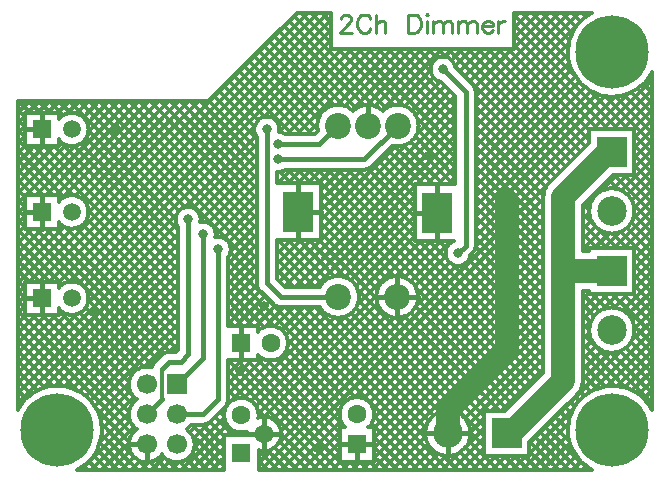
<source format=gbr>
G04 DipTrace 3.3.1.3*
G04 top.gbr*
%MOIN*%
G04 #@! TF.FileFunction,Copper,L1,Top*
G04 #@! TF.Part,Single*
G04 #@! TA.AperFunction,Conductor*
%ADD14C,0.059055*%
%ADD15C,0.07874*%
G04 #@! TA.AperFunction,CopperBalancing*
%ADD18C,0.015748*%
%ADD20C,0.011811*%
G04 #@! TA.AperFunction,ComponentPad*
%ADD22C,0.086614*%
%ADD23R,0.098425X0.137795*%
%ADD25R,0.062992X0.062992*%
%ADD26C,0.062992*%
%ADD30C,0.059055*%
%ADD31R,0.059055X0.059055*%
%ADD32R,0.098425X0.098425*%
%ADD33C,0.098425*%
%ADD34R,0.066929X0.066929*%
%ADD35C,0.066929*%
%ADD37C,0.244094*%
G04 #@! TA.AperFunction,ViaPad*
%ADD41C,0.031496*%
%ADD42C,0.047244*%
%ADD80C,0.009264*%
%FSLAX26Y26*%
G04*
G70*
G90*
G75*
G01*
G04 Top*
%LPD*%
X2049606Y541043D2*
D14*
X2062106D1*
D15*
X2237106Y716043D1*
Y1081693D1*
Y1328543D1*
X2387106Y1478543D1*
D14*
X2399606D1*
Y1081693D2*
D15*
X2237106D1*
X1287106Y1503543D2*
D18*
X1424606D1*
X1487106Y1566043D1*
X1287106Y1453543D2*
X1573425D1*
X1685925Y1566043D1*
X1249606Y1553543D2*
Y1041043D1*
X1295472Y995177D1*
X1487106D1*
X1852756Y541043D2*
D15*
Y619193D1*
X2049606Y816043D1*
Y903543D1*
Y1316043D1*
Y866043D2*
Y816043D1*
Y916043D2*
Y903543D1*
X1037106Y1203543D2*
D18*
Y791043D1*
X949606Y703543D1*
X987106Y1253543D2*
Y803543D1*
X962106Y778543D1*
X924606D1*
X899606Y753543D1*
D20*
Y653543D1*
D18*
X849606Y603543D1*
X1887106Y1141043D2*
X1912106Y1166043D1*
Y1678543D1*
X1837106Y1753543D1*
X1087106Y1153543D2*
Y653543D1*
X1037106Y603543D1*
X949606D1*
D41*
X1837106Y1753543D3*
X1887106Y1141043D3*
X1087106Y1153543D3*
X1037106Y1203543D3*
X987106Y1253543D3*
X1287106Y1503543D3*
Y1453543D3*
X1249606Y1553543D3*
X748031Y1555118D3*
X669291Y944882D3*
X1240157Y964567D3*
X1161417Y748031D3*
X1417323Y492126D3*
D42*
X2049606Y1316043D3*
Y1266043D3*
Y1216043D3*
Y866043D3*
Y916043D3*
Y816043D3*
D41*
X1787106Y1466043D3*
X457253Y1646810D2*
D20*
X420135Y1609690D1*
X490660Y1646810D2*
X453819Y1609967D1*
X443177Y1599325D2*
X420135Y1576283D1*
X524067Y1646810D2*
X487226Y1609967D1*
X443177Y1565920D2*
X420135Y1542877D1*
X557474Y1646810D2*
X520631Y1609967D1*
X443177Y1532513D2*
X420135Y1509471D1*
X590881Y1646810D2*
X554038Y1609967D1*
X443177Y1499106D2*
X420135Y1476064D1*
X624287Y1646810D2*
X585357Y1607879D1*
X474593Y1497115D2*
X420135Y1442657D1*
X657693Y1646810D2*
X618013Y1607130D1*
X508000Y1497115D2*
X420135Y1409251D1*
X691100Y1646810D2*
X638860Y1594570D1*
X541407Y1497115D2*
X420135Y1375844D1*
X724507Y1646810D2*
X652252Y1574555D1*
X578597Y1500900D2*
X420135Y1342437D1*
X757913Y1646810D2*
X655041Y1543937D1*
X609215Y1498112D2*
X446071Y1334967D1*
X443184Y1332080D2*
X420135Y1309031D1*
X791320Y1646810D2*
X479478Y1334967D1*
X443177Y1298667D2*
X420135Y1275625D1*
X824727Y1646810D2*
X512883Y1334967D1*
X443177Y1265260D2*
X420135Y1242218D1*
X858134Y1646810D2*
X546290Y1334967D1*
X443177Y1231853D2*
X420135Y1208811D1*
X891539Y1646810D2*
X571688Y1326958D1*
X466845Y1222115D2*
X420135Y1175404D1*
X924946Y1646810D2*
X611913Y1333776D1*
X500252Y1222115D2*
X420135Y1141997D1*
X958353Y1646810D2*
X634701Y1323157D1*
X533659Y1222115D2*
X420135Y1108592D1*
X991760Y1646810D2*
X649837Y1304887D1*
X573264Y1228314D2*
X420135Y1075185D1*
X1025167Y1646810D2*
X656004Y1277647D1*
X600504Y1222147D2*
X420135Y1041778D1*
X1353833Y1942070D2*
X459234Y1047471D1*
X443177Y1031413D2*
X420135Y1008371D1*
X1387240Y1942070D2*
X492640Y1047471D1*
X443177Y998007D2*
X420135Y974965D1*
X1420647Y1942070D2*
X526047Y1047471D1*
X443177Y964600D2*
X420135Y941558D1*
X1454054Y1942070D2*
X556029Y1044046D1*
X446602Y934619D2*
X420135Y908151D1*
X1461442Y1916052D2*
X592257Y1046867D1*
X480009Y934619D2*
X420135Y874745D1*
X1461442Y1882646D2*
X621945Y1043148D1*
X513416Y934619D2*
X420135Y841339D1*
X1461442Y1849239D2*
X641535Y1029332D1*
X561323Y949121D2*
X556029Y943825D1*
X546822Y934619D2*
X420135Y807932D1*
X1467038Y1821428D2*
X1240635Y1595026D1*
X1208119Y1562510D2*
X653638Y1008029D1*
X582626Y937017D2*
X420135Y774525D1*
X1500444Y1821428D2*
X1270226Y1591209D1*
X1211937Y1532920D2*
X972077Y1293062D1*
X947588Y1268571D2*
X653117Y974100D1*
X616555Y937539D2*
X420135Y741118D1*
X1533850Y1821428D2*
X1287026Y1574604D1*
X1214840Y1502417D2*
X1004979Y1292556D1*
X948093Y1235671D2*
X420135Y707711D1*
X1567257Y1821428D2*
X1291839Y1546009D1*
X1214840Y1469010D2*
X1023004Y1277175D1*
X952335Y1206504D2*
X420135Y674306D1*
X1600664Y1821428D2*
X1317546Y1538310D1*
X1214840Y1435604D2*
X1029560Y1250324D1*
X952335Y1173098D2*
X420135Y640899D1*
X1634071Y1821428D2*
X1350953Y1538310D1*
X1214840Y1402198D2*
X1055138Y1242495D1*
X952335Y1139692D2*
X505168Y692525D1*
X1667478Y1821428D2*
X1482051Y1636001D1*
X1417156Y1571106D2*
X1384360Y1538310D1*
X1214840Y1368791D2*
X1073081Y1227031D1*
X952335Y1106285D2*
X546062Y700013D1*
X1700883Y1821428D2*
X1511559Y1632102D1*
X1290576Y1411121D2*
X1284385Y1404928D1*
X1214840Y1335385D2*
X1079524Y1200068D1*
X952335Y1072878D2*
X577396Y697941D1*
X1734290Y1821428D2*
X1532715Y1619853D1*
X1331633Y1418770D2*
X1287990Y1375126D1*
X1214840Y1301978D2*
X1105281Y1192417D1*
X952335Y1039471D2*
X603692Y690829D1*
X1767697Y1821428D2*
X1582402Y1636133D1*
X1365039Y1418770D2*
X1321395Y1375126D1*
X1214840Y1268571D2*
X1123175Y1176906D1*
X952335Y1006064D2*
X626382Y680112D1*
X1801104Y1821428D2*
X1611290Y1631614D1*
X1398446Y1418770D2*
X1354802Y1375126D1*
X1214840Y1235164D2*
X1129504Y1149828D1*
X952335Y972659D2*
X646087Y666411D1*
X1834510Y1821428D2*
X1632104Y1619021D1*
X1431853Y1418770D2*
X1388209Y1375126D1*
X1214840Y1201757D2*
X1121886Y1108803D1*
X952335Y939252D2*
X663083Y650000D1*
X1867917Y1821428D2*
X1842445Y1795955D1*
X1794710Y1748220D2*
X1682621Y1636133D1*
X1465260Y1418770D2*
X1421615Y1375126D1*
X1214840Y1168352D2*
X1121886Y1075396D1*
X952335Y905845D2*
X677373Y630883D1*
X1901324Y1821428D2*
X1865623Y1785728D1*
X1804937Y1725041D2*
X1711558Y1631663D1*
X1498667Y1418770D2*
X1431223Y1351328D1*
X1214840Y1134945D2*
X1121886Y1041990D1*
X952335Y872438D2*
X843378Y763482D1*
X789656Y709761D2*
X688774Y608878D1*
X1934730Y1821428D2*
X1878364Y1765060D1*
X1825588Y1712285D2*
X1732404Y1619102D1*
X1532072Y1418770D2*
X1431223Y1317921D1*
X1296840Y1183538D2*
X1284385Y1171081D1*
X1214840Y1101538D2*
X1121886Y1008584D1*
X952335Y839031D2*
X926617Y813315D1*
X793619Y680318D2*
X696751Y583449D1*
X2088780Y1942070D2*
X2075655Y1928946D1*
X1968136Y1821428D2*
X1893517Y1746807D1*
X1843841Y1697131D2*
X1747362Y1600654D1*
X1565479Y1418770D2*
X1431223Y1284514D1*
X1330247Y1183538D2*
X1284385Y1137676D1*
X1214840Y1068131D2*
X1121886Y975177D1*
X806996Y660287D2*
X700127Y553419D1*
X2122185Y1942070D2*
X2075655Y1895539D1*
X2001543Y1821428D2*
X1910220Y1730105D1*
X1860543Y1680428D2*
X1755600Y1575484D1*
X1676482Y1496366D2*
X1431223Y1251108D1*
X1363654Y1183538D2*
X1284385Y1104269D1*
X1215215Y1035100D2*
X1121886Y941770D1*
X789640Y609525D2*
X695528Y515412D1*
X2155592Y1942070D2*
X2075655Y1862133D1*
X2034950Y1821428D2*
X1926924Y1713402D1*
X1877247Y1663726D2*
X1748211Y1534689D1*
X1717277Y1503755D2*
X1431223Y1217701D1*
X1397059Y1183538D2*
X1284385Y1070862D1*
X1227253Y1013731D2*
X1121886Y908364D1*
X793685Y580163D2*
X633656Y420134D1*
X2188999Y1942070D2*
X2075655Y1828726D1*
X2068346Y1821419D2*
X1942664Y1695735D1*
X1877329Y1630400D2*
X1293617Y1046688D1*
X1243957Y997028D2*
X1146370Y899441D1*
X807110Y560181D2*
X667063Y420134D1*
X2222406Y1942070D2*
X1946873Y1666537D1*
X1877329Y1596993D2*
X1310320Y1029984D1*
X1260660Y980325D2*
X1179777Y899441D1*
X789608Y509272D2*
X700470Y420134D1*
X2255812Y1942070D2*
X1946873Y1633131D1*
X1877329Y1563587D2*
X1343694Y1029951D1*
X1278325Y964584D2*
X1213182Y899441D1*
X793751Y480008D2*
X733877Y420134D1*
X2289219Y1942070D2*
X1946873Y1599724D1*
X1877329Y1530180D2*
X1377101Y1029951D1*
X1307556Y960408D2*
X1243034Y895885D1*
X1129790Y782642D2*
X1121886Y774738D1*
X807224Y460075D2*
X767283Y420134D1*
X2322626Y1942070D2*
X1946873Y1566318D1*
X1877329Y1496773D2*
X1751751Y1371196D1*
X1741451Y1360896D2*
X1410507Y1029951D1*
X1340963Y960408D2*
X1277990Y897434D1*
X1163197Y782642D2*
X1121886Y741331D1*
X827614Y447059D2*
X800689Y420134D1*
X2256122Y1842160D2*
X1946873Y1532911D1*
X1877329Y1463367D2*
X1785157Y1371196D1*
X1741451Y1327490D2*
X1478723Y1064761D1*
X1374370Y960408D2*
X1299929Y885967D1*
X1196604Y782642D2*
X1121886Y707924D1*
X857840Y443878D2*
X834096Y420134D1*
X2252713Y1805344D2*
X1946873Y1499504D1*
X1877329Y1429961D2*
X1818564Y1371196D1*
X1741451Y1294083D2*
X1509357Y1061988D1*
X1407777Y960408D2*
X1314610Y867241D1*
X1235915Y788547D2*
X1121886Y674517D1*
X1016146Y568777D2*
X993185Y545816D1*
X907329Y459961D2*
X867503Y420134D1*
X2256660Y1775886D2*
X1946873Y1466097D1*
X1877329Y1396554D2*
X1851970Y1371196D1*
X1741451Y1260676D2*
X1531101Y1050325D1*
X1431967Y951192D2*
X1320466Y839690D1*
X1263466Y782690D2*
X1115866Y635092D1*
X1055555Y574781D2*
X1006136Y525362D1*
X927785Y447009D2*
X900909Y420134D1*
X2265029Y1750846D2*
X1946873Y1432690D1*
X1741451Y1227269D2*
X1546841Y1032660D1*
X1449617Y935434D2*
X1173007Y658825D1*
X1106840Y592657D2*
X1009236Y495055D1*
X958092Y443911D2*
X934316Y420134D1*
X2276756Y1729168D2*
X1946873Y1399285D1*
X1741451Y1193864D2*
X1556172Y1008584D1*
X1473709Y926121D2*
X1197344Y649756D1*
X1115909Y568320D2*
X967723Y420134D1*
X2291340Y1710344D2*
X1946873Y1365878D1*
X1760585Y1179591D2*
X1553039Y972045D1*
X1510231Y929236D2*
X1213950Y632954D1*
X1132710Y551715D2*
X1115295Y534301D1*
X1106350Y525356D2*
X1001130Y420134D1*
X2308612Y1694210D2*
X1946886Y1332484D1*
X1794005Y1179604D2*
X1679584Y1065182D1*
X1613940Y999538D2*
X1222756Y608354D1*
X1157290Y542888D2*
X1148699Y534298D1*
X1106348Y491946D2*
X1034533Y420131D1*
X2328626Y1680818D2*
X1946886Y1299079D1*
X1827412Y1179604D2*
X1708881Y1061072D1*
X1618066Y970257D2*
X1244467Y596659D1*
X1106348Y458539D2*
X1067940Y420131D1*
X2351657Y1670444D2*
X1946886Y1265672D1*
X1860819Y1179604D2*
X1729923Y1048707D1*
X1630430Y949215D2*
X1269946Y588731D1*
X1106348Y425133D2*
X1101346Y420131D1*
X2378392Y1663772D2*
X1946886Y1232265D1*
X1845518Y1130896D2*
X1745028Y1030406D1*
X1648717Y934094D2*
X1287366Y572745D1*
X2410429Y1662402D2*
X1946886Y1198858D1*
X1857703Y1109675D2*
X1753509Y1005482D1*
X1673656Y925629D2*
X1297252Y549223D1*
X1228915Y480887D2*
X1223134Y475106D1*
X2453068Y1671634D2*
X2336087Y1554652D1*
X2323504Y1542070D2*
X1946854Y1165419D1*
X1880262Y1098828D2*
X1747245Y965811D1*
X1713327Y931892D2*
X1287840Y506406D1*
X1271717Y490282D2*
X1223147Y441713D1*
X2532621Y1717780D2*
X2369493Y1554652D1*
X2323504Y1508663D2*
X1234972Y420131D1*
X2532621Y1684373D2*
X2402900Y1554652D1*
X2170841Y1322593D2*
X1268379Y420131D1*
X2532621Y1650967D2*
X2436307Y1554652D1*
X2170841Y1289186D2*
X1543119Y661465D1*
X1491682Y610028D2*
X1301786Y420131D1*
X2532621Y1617560D2*
X2469713Y1554652D1*
X2170841Y1255780D2*
X1572579Y657518D1*
X1495630Y580568D2*
X1335193Y420131D1*
X2532621Y1584154D2*
X2475715Y1527248D1*
X2170841Y1222374D2*
X1592332Y643865D1*
X1491209Y542741D2*
X1368600Y420131D1*
X2532621Y1550747D2*
X2475715Y1493841D1*
X2170841Y1188967D2*
X1604892Y623018D1*
X1491209Y509335D2*
X1402007Y420131D1*
X2532621Y1517340D2*
X2475715Y1460434D1*
X2417720Y1402440D2*
X2363262Y1347982D1*
X2333323Y1318042D2*
X2303382Y1288100D1*
X2170841Y1155560D2*
X1606475Y591194D1*
X1491209Y475928D2*
X1435413Y420131D1*
X2532621Y1483933D2*
X2475715Y1427028D1*
X2451127Y1402440D2*
X2406260Y1357572D1*
X2323715Y1275028D2*
X2303382Y1254694D1*
X2170841Y1122154D2*
X1608008Y559320D1*
X1493835Y445147D2*
X1468819Y420131D1*
X2532621Y1450528D2*
X2432652Y1350558D1*
X2330730Y1248635D2*
X2303382Y1221287D1*
X2170841Y1088747D2*
X1608008Y525913D1*
X1527241Y445147D2*
X1502226Y420131D1*
X2532621Y1417121D2*
X2452455Y1336954D1*
X2344350Y1228849D2*
X2303382Y1187881D1*
X2170841Y1055340D2*
X1608008Y492508D1*
X1560648Y445147D2*
X1535633Y420131D1*
X2532621Y1383714D2*
X2466858Y1317951D1*
X2363353Y1214446D2*
X2303382Y1154474D1*
X2170841Y1021934D2*
X1608008Y459101D1*
X1594055Y445147D2*
X1569039Y420131D1*
X2532621Y1350307D2*
X2475030Y1292717D1*
X2388588Y1206274D2*
X2340115Y1157802D1*
X2170841Y988528D2*
X1602446Y420131D1*
X2532621Y1316900D2*
X2470366Y1254644D1*
X2426660Y1210938D2*
X2373522Y1157802D1*
X2170841Y955121D2*
X1828609Y612888D1*
X1780907Y565186D2*
X1635853Y420131D1*
X2532621Y1283493D2*
X2406929Y1157802D1*
X2170841Y921714D2*
X1865360Y616232D1*
X1777563Y528436D2*
X1669259Y420131D1*
X2532621Y1250087D2*
X2440336Y1157802D1*
X2170841Y888307D2*
X1890186Y607652D1*
X1786143Y503609D2*
X1702665Y420131D1*
X2532621Y1216681D2*
X2473741Y1157802D1*
X2323504Y1007563D2*
X2303382Y987441D1*
X2170841Y854900D2*
X1908896Y592955D1*
X1800857Y484916D2*
X1736072Y420131D1*
X2532621Y1183274D2*
X2475715Y1126369D1*
X2354937Y1005589D2*
X2303382Y954034D1*
X2170841Y821493D2*
X1922206Y572860D1*
X1820953Y471605D2*
X1769479Y420131D1*
X2532621Y1149867D2*
X2475715Y1092962D1*
X2388343Y1005589D2*
X2303382Y920627D1*
X2170841Y788088D2*
X1999900Y617146D1*
X1973501Y590747D2*
X1928748Y545993D1*
X1847802Y465049D2*
X1802886Y420131D1*
X2532621Y1116461D2*
X2475715Y1059555D1*
X2421749Y1005589D2*
X2371206Y955046D1*
X2329408Y913248D2*
X2303382Y887220D1*
X2170841Y754681D2*
X2033307Y617146D1*
X1973501Y557340D2*
X1916106Y499945D1*
X1893850Y477690D2*
X1836293Y420131D1*
X2532621Y1083054D2*
X2475715Y1026148D1*
X2455156Y1005589D2*
X2409913Y960346D1*
X2324091Y874524D2*
X2303382Y853814D1*
X1973501Y523933D2*
X1869699Y420131D1*
X2532621Y1049647D2*
X2435344Y952370D1*
X2332084Y849110D2*
X2303382Y820408D1*
X1973501Y490528D2*
X1903105Y420131D1*
X2532621Y1016241D2*
X2454478Y938097D1*
X2346357Y829976D2*
X2303382Y787001D1*
X1981314Y464934D2*
X1936512Y420131D1*
X2532621Y982835D2*
X2468213Y918425D1*
X2366012Y816226D2*
X2303382Y753594D1*
X2014720Y464934D2*
X1969919Y420131D1*
X2532621Y949428D2*
X2475438Y892245D1*
X2392209Y809016D2*
X2303382Y720188D1*
X2048127Y464934D2*
X2003325Y420131D1*
X2532621Y916021D2*
X2466875Y850274D1*
X2434180Y817579D2*
X2125713Y509113D1*
X2081534Y464934D2*
X2036732Y420131D1*
X2532621Y882614D2*
X2332710Y682703D1*
X2270050Y620043D2*
X2125713Y475706D1*
X2114941Y464934D2*
X2070139Y420131D1*
X2532621Y849207D2*
X2382151Y698738D1*
X2254016Y570602D2*
X2103545Y420131D1*
X2532621Y815802D2*
X2416291Y699471D1*
X2253281Y536461D2*
X2136951Y420131D1*
X2532621Y782395D2*
X2444299Y694072D1*
X2258680Y508454D2*
X2170358Y420131D1*
X2532621Y748988D2*
X2468294Y684660D1*
X2268092Y484459D2*
X2203765Y420131D1*
X2532621Y715581D2*
X2489125Y672084D1*
X2280669Y463629D2*
X2237172Y420131D1*
X2532621Y682175D2*
X2507165Y656718D1*
X2296034Y445588D2*
X2270579Y420131D1*
X2532621Y648768D2*
X2522530Y638677D1*
X2314092Y430239D2*
X2303984Y420131D1*
X2300462Y1942070D2*
X2312052Y1930479D1*
X2521030Y1721501D2*
X2532621Y1709911D1*
X2267055Y1942070D2*
X2294289Y1914836D1*
X2505387Y1703738D2*
X2532621Y1676504D1*
X2233648Y1942070D2*
X2279201Y1896517D1*
X2487068Y1688650D2*
X2532621Y1643097D1*
X2200241Y1942070D2*
X2266934Y1875378D1*
X2465929Y1676383D2*
X2532621Y1609690D1*
X2166835Y1942070D2*
X2257898Y1851008D1*
X2441559Y1667346D2*
X2532621Y1576283D1*
X2133428Y1942070D2*
X2253004Y1822495D1*
X2413046Y1662453D2*
X2532621Y1542877D1*
X2100022Y1942070D2*
X2254651Y1787441D1*
X2377992Y1664100D2*
X2532621Y1509471D1*
X2075652Y1933033D2*
X2274845Y1733840D1*
X2324391Y1684294D2*
X2454031Y1554655D1*
X2475715Y1532970D2*
X2532621Y1476064D1*
X2075652Y1899627D2*
X2420625Y1554655D1*
X2475715Y1499563D2*
X2532621Y1442657D1*
X2075652Y1866220D2*
X2387218Y1554655D1*
X2475715Y1466156D2*
X2532621Y1409251D1*
X2075652Y1832814D2*
X2353811Y1554655D1*
X2475715Y1432749D2*
X2532621Y1375844D1*
X2053631Y1821428D2*
X2323504Y1551555D1*
X2472633Y1402427D2*
X2532621Y1342437D1*
X2020224Y1821428D2*
X2323504Y1518148D1*
X2439226Y1402427D2*
X2532621Y1309031D1*
X1986818Y1821428D2*
X2311302Y1496944D1*
X2405820Y1402427D2*
X2532621Y1275625D1*
X1953411Y1821428D2*
X2294598Y1480240D1*
X2388806Y1386033D2*
X2420135Y1354703D1*
X2472617Y1302222D2*
X2532621Y1242218D1*
X1920004Y1821428D2*
X2277896Y1463537D1*
X2372104Y1369329D2*
X2384917Y1356514D1*
X2474428Y1267005D2*
X2532621Y1208811D1*
X1886598Y1821428D2*
X2261193Y1446833D1*
X2355400Y1352626D2*
X2360625Y1347402D1*
X2465325Y1242701D2*
X2532621Y1175404D1*
X1853192Y1821428D2*
X2244490Y1430130D1*
X2450220Y1224399D2*
X2532621Y1141997D1*
X1819785Y1821428D2*
X1846219Y1794993D1*
X1878556Y1762656D2*
X2227786Y1413427D1*
X2321993Y1319219D2*
X2329425Y1311787D1*
X2429701Y1211512D2*
X2532621Y1108592D1*
X1786378Y1821428D2*
X1816549Y1791257D1*
X1946886Y1660920D2*
X2211083Y1396723D1*
X2305290Y1302516D2*
X2323520Y1284286D1*
X2402198Y1205608D2*
X2450001Y1157804D1*
X2475715Y1132091D2*
X2532621Y1075185D1*
X1752971Y1821428D2*
X1799715Y1774685D1*
X1946886Y1627513D2*
X2194379Y1380020D1*
X2303382Y1271018D2*
X2416596Y1157804D1*
X2475715Y1098684D2*
X2532621Y1041778D1*
X1719564Y1821428D2*
X1795392Y1745601D1*
X1829164Y1711828D2*
X1877327Y1663667D1*
X1946886Y1594106D2*
X2179340Y1361652D1*
X2303382Y1237612D2*
X2383189Y1157804D1*
X2475715Y1065277D2*
X2532621Y1008371D1*
X1686159Y1821428D2*
X1877327Y1630260D1*
X1946886Y1560699D2*
X2171217Y1336370D1*
X2303382Y1204205D2*
X2349782Y1157804D1*
X2475715Y1031870D2*
X2532621Y974965D1*
X1652752Y1821428D2*
X1877327Y1596853D1*
X1946886Y1527293D2*
X2170841Y1303339D1*
X2303382Y1170798D2*
X2323504Y1150676D1*
X2468604Y1005576D2*
X2532621Y941558D1*
X1619345Y1821428D2*
X1877327Y1563446D1*
X1946886Y1493886D2*
X2170841Y1269932D1*
X2435197Y1005576D2*
X2532621Y908151D1*
X1585938Y1821428D2*
X1877327Y1530039D1*
X1946886Y1460480D2*
X2170841Y1236525D1*
X2401790Y1005576D2*
X2532621Y874745D1*
X1431890Y1942070D2*
X1461440Y1912520D1*
X1552531Y1821428D2*
X1877327Y1496634D1*
X1946886Y1427073D2*
X2170841Y1203118D1*
X2368385Y1005576D2*
X2414719Y959240D1*
X2474003Y899957D2*
X2532621Y841339D1*
X1398483Y1942070D2*
X1461440Y1879113D1*
X1519125Y1821428D2*
X1708303Y1632249D1*
X1752123Y1588429D2*
X1877327Y1463227D1*
X1946886Y1393667D2*
X2170841Y1169711D1*
X2334978Y1005576D2*
X2381591Y958963D1*
X2473726Y866827D2*
X2532621Y807932D1*
X1365076Y1942070D2*
X1461440Y1845706D1*
X1485718Y1821428D2*
X1672123Y1635022D1*
X1754912Y1552234D2*
X1877327Y1429820D1*
X1946886Y1360260D2*
X2170841Y1136304D1*
X2303382Y1003765D2*
X2358117Y949029D1*
X2463791Y843354D2*
X2532621Y774525D1*
X1340837Y1932903D2*
X1648146Y1625594D1*
X1745469Y1528272D2*
X1877327Y1396413D1*
X1946886Y1326853D2*
X2170841Y1102899D1*
X2303382Y970358D2*
X2340451Y933287D1*
X2448051Y825689D2*
X2532621Y741118D1*
X1324134Y1916199D2*
X1608181Y1632152D1*
X1729646Y1510688D2*
X1869138Y1371196D1*
X1946886Y1293446D2*
X2170841Y1069492D1*
X2303382Y936951D2*
X2328266Y912067D1*
X2426829Y813504D2*
X2532621Y707711D1*
X1307430Y1899496D2*
X1571871Y1635055D1*
X1707820Y1499106D2*
X1835731Y1371196D1*
X1946886Y1260039D2*
X2170841Y1036085D1*
X2303382Y903545D2*
X2323537Y883390D1*
X2398154Y808773D2*
X2532621Y674306D1*
X1290727Y1882793D2*
X1547860Y1625660D1*
X1676991Y1496529D2*
X1802324Y1371196D1*
X1946886Y1226634D2*
X2170841Y1002678D1*
X2303382Y870138D2*
X2532621Y640899D1*
X1274024Y1866089D2*
X1507047Y1633066D1*
X1654823Y1485290D2*
X1768917Y1371196D1*
X1946886Y1193227D2*
X2170841Y969272D1*
X2303382Y836732D2*
X2447588Y692525D1*
X1257320Y1849386D2*
X1471945Y1634761D1*
X1638119Y1468587D2*
X1741465Y1365241D1*
X1946512Y1160196D2*
X2170841Y935865D1*
X2303382Y803325D2*
X2406694Y700013D1*
X1240617Y1832682D2*
X1448341Y1624958D1*
X1621416Y1451883D2*
X1741465Y1331835D1*
X1934505Y1138794D2*
X2170841Y902459D1*
X2303382Y769919D2*
X2375360Y697941D1*
X1223913Y1815979D2*
X1431034Y1608858D1*
X1604713Y1435180D2*
X1741465Y1298428D1*
X1922794Y1117100D2*
X2170841Y869052D1*
X2303382Y736512D2*
X2349064Y690829D1*
X1207210Y1799277D2*
X1419795Y1586690D1*
X1585726Y1420760D2*
X1741465Y1265021D1*
X1826896Y1179591D2*
X1847932Y1158554D1*
X1904622Y1101865D2*
X2170841Y835646D1*
X2302419Y704068D2*
X2326374Y680112D1*
X1190507Y1782573D2*
X1417887Y1555193D1*
X1554310Y1418770D2*
X1741465Y1231615D1*
X1793490Y1179591D2*
X1847965Y1125115D1*
X1871167Y1101913D2*
X2170841Y802239D1*
X2293089Y679991D2*
X2306669Y666411D1*
X1173803Y1765870D2*
X1401364Y1538310D1*
X1520903Y1418770D2*
X1741465Y1198209D1*
X1760084Y1179591D2*
X2170841Y768832D1*
X2277478Y662196D2*
X2289673Y650000D1*
X1157101Y1749167D2*
X1367957Y1538310D1*
X1487496Y1418770D2*
X2166567Y739699D1*
X2260774Y645492D2*
X2275383Y630883D1*
X1140398Y1732463D2*
X1334550Y1538310D1*
X1454089Y1418770D2*
X2149865Y722996D1*
X2244072Y628789D2*
X2263982Y608878D1*
X1123694Y1715760D2*
X1243579Y1595874D1*
X1420684Y1418770D2*
X2133161Y706293D1*
X2227369Y612085D2*
X2256005Y583449D1*
X1106991Y1699056D2*
X1220694Y1585353D1*
X1387277Y1418770D2*
X2116458Y689589D1*
X2210665Y595382D2*
X2252629Y553419D1*
X1090287Y1682353D2*
X1208199Y1564441D1*
X1353870Y1418770D2*
X1397514Y1375126D1*
X1431238Y1341403D2*
X1715039Y1057601D1*
X1746382Y1026259D2*
X2099755Y672886D1*
X2193962Y578678D2*
X2257228Y515412D1*
X1073584Y1665650D2*
X1214837Y1524396D1*
X1320463Y1418770D2*
X1364108Y1375126D1*
X1431238Y1307997D2*
X1674407Y1064827D1*
X1753608Y985626D2*
X2083051Y656182D1*
X2177259Y561975D2*
X2319100Y420134D1*
X1056881Y1648946D2*
X1214837Y1490990D1*
X1294429Y1411398D2*
X1330701Y1375126D1*
X1431238Y1274591D2*
X1649270Y1056556D1*
X1745337Y960490D2*
X2066348Y639479D1*
X2160555Y545272D2*
X2285693Y420134D1*
X1025610Y1646810D2*
X1214837Y1457583D1*
X1284382Y1388039D2*
X1297294Y1375126D1*
X1431238Y1241184D2*
X1630822Y1041598D1*
X1730379Y942041D2*
X2049644Y622776D1*
X2143852Y528568D2*
X2252286Y420134D1*
X992205Y1646810D2*
X1214837Y1424176D1*
X1431238Y1207777D2*
X1618294Y1020719D1*
X1709500Y929513D2*
X2021865Y617148D1*
X2127148Y511865D2*
X2218879Y420134D1*
X958798Y1646810D2*
X1214837Y1390769D1*
X1422070Y1183538D2*
X1613890Y991717D1*
X1680497Y925109D2*
X1988459Y617148D1*
X2125713Y479894D2*
X2185472Y420134D1*
X925391Y1646810D2*
X1214837Y1357364D1*
X1388663Y1183538D2*
X1511615Y1060585D1*
X1552516Y1019685D2*
X1973501Y598699D1*
X2107264Y464937D2*
X2152067Y420134D1*
X891984Y1646810D2*
X1214837Y1323957D1*
X1355256Y1183538D2*
X1474424Y1064370D1*
X1556299Y982495D2*
X1973501Y565293D1*
X2073858Y464937D2*
X2118660Y420134D1*
X858577Y1646810D2*
X1214837Y1290550D1*
X1321850Y1183538D2*
X1450152Y1055235D1*
X1547165Y958222D2*
X1973501Y531887D1*
X2040451Y464937D2*
X2085253Y420134D1*
X825171Y1646810D2*
X1214837Y1257143D1*
X1288444Y1183538D2*
X1432340Y1039642D1*
X1531571Y940409D2*
X1854881Y617100D1*
X1928812Y543168D2*
X1973501Y498480D1*
X2007045Y464937D2*
X2051846Y420134D1*
X791765Y1646810D2*
X1214837Y1223736D1*
X1284382Y1154193D2*
X1408622Y1029951D1*
X1510007Y928567D2*
X1826009Y612564D1*
X1924262Y514312D2*
X2018440Y420134D1*
X758358Y1646810D2*
X1214837Y1190329D1*
X1284382Y1120786D2*
X1375215Y1029951D1*
X1479699Y925469D2*
X1804673Y600495D1*
X1912192Y492976D2*
X1985033Y420134D1*
X724951Y1646810D2*
X1214837Y1156923D1*
X1284382Y1087379D2*
X1341808Y1029951D1*
X1411353Y960408D2*
X1788835Y582927D1*
X1894639Y477121D2*
X1951626Y420134D1*
X691547Y1646807D2*
X1214840Y1123514D1*
X1377949Y960406D2*
X1778756Y559598D1*
X1871301Y467054D2*
X1918223Y420131D1*
X658140Y1646807D2*
X1214840Y1090108D1*
X1344542Y960406D2*
X1778169Y526778D1*
X1838480Y466467D2*
X1884816Y420131D1*
X624734Y1646807D2*
X976508Y1295033D1*
X1128589Y1142951D2*
X1214840Y1056701D1*
X1311135Y960406D2*
X1851409Y420131D1*
X591327Y1646807D2*
X955482Y1282652D1*
X1121886Y1116249D2*
X1818003Y420131D1*
X557921Y1646807D2*
X594892Y1609835D1*
X655890Y1548839D2*
X944831Y1259898D1*
X1121886Y1082843D2*
X1543067Y661661D1*
X1607717Y597010D2*
X1784596Y420131D1*
X524514Y1646807D2*
X569610Y1601711D1*
X647766Y1523555D2*
X952335Y1218987D1*
X1121886Y1049436D2*
X1273122Y898198D1*
X1319276Y852046D2*
X1518192Y653130D1*
X1599202Y572119D2*
X1751189Y420131D1*
X491108Y1646807D2*
X527949Y1609966D1*
X631390Y1506525D2*
X952335Y1185580D1*
X1121886Y1016029D2*
X1241853Y896062D1*
X1317122Y820793D2*
X1501178Y636736D1*
X1607995Y529920D2*
X1717783Y420131D1*
X457701Y1646807D2*
X494543Y1609966D1*
X607003Y1497505D2*
X952335Y1152173D1*
X1121886Y982622D2*
X1205070Y899438D1*
X1304318Y800190D2*
X1491815Y612693D1*
X1607995Y496513D2*
X1684377Y420131D1*
X424294Y1646807D2*
X461136Y1609966D1*
X556029Y1515073D2*
X952335Y1118768D1*
X1121886Y949215D2*
X1171663Y899438D1*
X1284335Y786766D2*
X1509171Y561930D1*
X1607995Y463106D2*
X1650970Y420131D1*
X420135Y1617560D2*
X443177Y1594518D1*
X540581Y1497114D2*
X952335Y1085361D1*
X1121886Y915808D2*
X1138256Y899438D1*
X1254403Y783291D2*
X1491211Y546483D1*
X1592547Y445147D2*
X1617563Y420131D1*
X420135Y1584154D2*
X443177Y1561112D1*
X507175Y1497114D2*
X952335Y1051954D1*
X1220507Y783781D2*
X1491211Y513076D1*
X1559140Y445147D2*
X1584156Y420131D1*
X420135Y1550747D2*
X443177Y1527705D1*
X473768Y1497114D2*
X952335Y1018547D1*
X1188226Y782656D2*
X1491211Y479669D1*
X1525734Y445147D2*
X1550749Y420131D1*
X420135Y1517340D2*
X602642Y1334833D1*
X655890Y1281585D2*
X952335Y985140D1*
X1154819Y782656D2*
X1517343Y420131D1*
X420135Y1483933D2*
X574617Y1329451D1*
X650507Y1253562D2*
X952335Y951734D1*
X1121886Y782182D2*
X1483937Y420131D1*
X420135Y1450528D2*
X535697Y1334965D1*
X635825Y1234836D2*
X952335Y918328D1*
X1121886Y748776D2*
X1450530Y420131D1*
X420135Y1417121D2*
X502291Y1334965D1*
X613560Y1223694D2*
X952335Y884921D1*
X1121886Y715369D2*
X1180357Y656898D1*
X1220752Y616504D2*
X1240483Y596773D1*
X1298102Y539152D2*
X1417123Y420131D1*
X420135Y1383714D2*
X468885Y1334965D1*
X576140Y1227707D2*
X952335Y851514D1*
X1121886Y681963D2*
X1147064Y656783D1*
X1292034Y511814D2*
X1383717Y420131D1*
X420135Y1350307D2*
X443177Y1327265D1*
X548329Y1222113D2*
X952171Y818270D1*
X1277240Y493202D2*
X1350310Y420131D1*
X420135Y1316900D2*
X443177Y1293858D1*
X514923Y1222113D2*
X923723Y813312D1*
X1255154Y481882D2*
X1316903Y420131D1*
X420135Y1283493D2*
X443177Y1260451D1*
X481516Y1222113D2*
X900022Y803606D1*
X1093421Y610207D2*
X1106546Y597083D1*
X1160936Y542693D2*
X1169331Y534298D1*
X1223150Y480479D2*
X1283497Y420131D1*
X420135Y1250087D2*
X443177Y1227045D1*
X448097Y1222125D2*
X883302Y786920D1*
X1076718Y593504D2*
X1135924Y534298D1*
X1223150Y447072D2*
X1250091Y420131D1*
X420135Y1216681D2*
X590031Y1046783D1*
X655335Y981480D2*
X868034Y768781D1*
X1059950Y576866D2*
X1106350Y530465D1*
X420135Y1183274D2*
X566364Y1037045D1*
X645613Y957795D2*
X840125Y763283D1*
X1034634Y568774D2*
X1106350Y497058D1*
X420135Y1149867D2*
X522534Y1047469D1*
X628045Y941957D2*
X815951Y754051D1*
X1001227Y568774D2*
X1106350Y463652D1*
X420135Y1116461D2*
X489127Y1047469D1*
X601962Y934633D2*
X799231Y737364D1*
X997720Y538875D2*
X1106350Y430245D1*
X420135Y1083054D2*
X455720Y1047469D1*
X556029Y947160D2*
X789917Y713272D1*
X1009318Y493871D2*
X1083056Y420131D1*
X420135Y1049647D2*
X443177Y1026605D1*
X535165Y934617D2*
X801238Y668545D1*
X1000020Y469762D2*
X1049651Y420131D1*
X420135Y1016241D2*
X443177Y993199D1*
X501759Y934617D2*
X799134Y637243D1*
X983301Y453075D2*
X1016244Y420131D1*
X420135Y982835D2*
X443177Y959793D1*
X468353Y934617D2*
X789885Y613084D1*
X959143Y443827D2*
X982837Y420131D1*
X420135Y949428D2*
X801971Y567591D1*
X913650Y455913D2*
X949430Y420131D1*
X420135Y916021D2*
X799052Y537104D1*
X883163Y452993D2*
X916024Y420131D1*
X420135Y882614D2*
X620046Y682703D1*
X682706Y620043D2*
X789852Y512898D1*
X858955Y443794D2*
X882617Y420131D1*
X420135Y849207D2*
X570605Y698738D1*
X698740Y570602D2*
X802885Y466457D1*
X812512Y456831D2*
X849211Y420131D1*
X420135Y815802D2*
X536465Y699471D1*
X699475Y536461D2*
X815804Y420131D1*
X420135Y782395D2*
X508457Y694072D1*
X694076Y508454D2*
X782398Y420131D1*
X420135Y748988D2*
X484462Y684660D1*
X684664Y484459D2*
X748991Y420131D1*
X420135Y715581D2*
X463631Y672084D1*
X672087Y463629D2*
X715584Y420131D1*
X420135Y682175D2*
X445591Y656718D1*
X656722Y445588D2*
X682177Y420131D1*
X420135Y648768D2*
X430226Y638677D1*
X638664Y430239D2*
X648772Y420131D1*
X1420375Y1547290D2*
X1418591Y1555192D1*
X1417950Y1560601D1*
X1417736Y1566043D1*
X1417950Y1571486D1*
X1418591Y1576895D1*
X1419654Y1582238D1*
X1421131Y1587480D1*
X1423017Y1592591D1*
X1425297Y1597537D1*
X1427958Y1602289D1*
X1430984Y1606818D1*
X1434357Y1611096D1*
X1438054Y1615096D1*
X1442054Y1618793D1*
X1446332Y1622165D1*
X1450861Y1625192D1*
X1455613Y1627853D1*
X1460559Y1630133D1*
X1465669Y1632018D1*
X1470912Y1633496D1*
X1476255Y1634559D1*
X1481664Y1635199D1*
X1487106Y1635413D1*
X1492549Y1635199D1*
X1497958Y1634559D1*
X1503301Y1633496D1*
X1508543Y1632018D1*
X1513654Y1630133D1*
X1518600Y1627853D1*
X1523352Y1625192D1*
X1527881Y1622165D1*
X1532159Y1618793D1*
X1536318Y1614924D1*
X1541150Y1619357D1*
X1545843Y1622938D1*
X1550824Y1626106D1*
X1556058Y1628840D1*
X1561504Y1631119D1*
X1567123Y1632927D1*
X1572877Y1634249D1*
X1578722Y1635079D1*
X1584617Y1635407D1*
X1590518Y1635234D1*
X1596383Y1634559D1*
X1602169Y1633388D1*
X1607836Y1631730D1*
X1613340Y1629596D1*
X1618643Y1627001D1*
X1623706Y1623965D1*
X1628493Y1620509D1*
X1632969Y1616659D1*
X1635728Y1613920D1*
X1640873Y1618793D1*
X1645151Y1622165D1*
X1649680Y1625192D1*
X1654432Y1627853D1*
X1659378Y1630133D1*
X1664488Y1632018D1*
X1669731Y1633496D1*
X1675073Y1634559D1*
X1680483Y1635199D1*
X1685925Y1635413D1*
X1691367Y1635199D1*
X1696777Y1634559D1*
X1702119Y1633496D1*
X1707362Y1632018D1*
X1712472Y1630133D1*
X1717419Y1627853D1*
X1722171Y1625192D1*
X1726699Y1622165D1*
X1730978Y1618793D1*
X1734978Y1615096D1*
X1738675Y1611096D1*
X1742047Y1606818D1*
X1745073Y1602289D1*
X1747735Y1597537D1*
X1750014Y1592591D1*
X1751900Y1587480D1*
X1753378Y1582238D1*
X1754441Y1576895D1*
X1755081Y1571486D1*
X1755295Y1566043D1*
X1755081Y1560601D1*
X1754441Y1555192D1*
X1753378Y1549849D1*
X1751900Y1544606D1*
X1750014Y1539496D1*
X1747735Y1534550D1*
X1745073Y1529798D1*
X1742047Y1525269D1*
X1738675Y1520991D1*
X1734978Y1516991D1*
X1730978Y1513294D1*
X1726699Y1509921D1*
X1722171Y1506895D1*
X1717419Y1504234D1*
X1712472Y1501954D1*
X1707362Y1500068D1*
X1702119Y1498591D1*
X1696777Y1497528D1*
X1691367Y1496887D1*
X1685925Y1496673D1*
X1680483Y1496887D1*
X1675073Y1497528D1*
X1667172Y1499312D1*
X1595466Y1427738D1*
X1591157Y1424608D1*
X1586412Y1422189D1*
X1581348Y1420543D1*
X1576088Y1419711D1*
X1555709Y1419606D1*
X1311530D1*
X1306088Y1416290D1*
X1300026Y1413778D1*
X1293647Y1412247D1*
X1287106Y1411732D1*
X1283543Y1411811D1*
Y1374278D1*
X1430394Y1374291D1*
Y1184370D1*
X1283545D1*
X1283543Y1055104D1*
X1309538Y1029105D1*
X1426617Y1029114D1*
X1430984Y1035951D1*
X1434357Y1040230D1*
X1438054Y1044230D1*
X1442054Y1047927D1*
X1446332Y1051299D1*
X1450861Y1054325D1*
X1455613Y1056987D1*
X1460559Y1059266D1*
X1465669Y1061152D1*
X1470912Y1062630D1*
X1476255Y1063693D1*
X1481664Y1064333D1*
X1487106Y1064547D1*
X1492549Y1064333D1*
X1497958Y1063693D1*
X1503301Y1062630D1*
X1508543Y1061152D1*
X1513654Y1059266D1*
X1518600Y1056987D1*
X1523352Y1054325D1*
X1527881Y1051299D1*
X1532159Y1047927D1*
X1536159Y1044230D1*
X1539856Y1040230D1*
X1543228Y1035951D1*
X1546255Y1031423D1*
X1548916Y1026671D1*
X1551196Y1021724D1*
X1553081Y1016614D1*
X1554559Y1011371D1*
X1555622Y1006029D1*
X1556262Y1000619D1*
X1556476Y995177D1*
X1556262Y989735D1*
X1555622Y984325D1*
X1554559Y978983D1*
X1553081Y973740D1*
X1551196Y968630D1*
X1548916Y963684D1*
X1546255Y958932D1*
X1543228Y954403D1*
X1539856Y950125D1*
X1536159Y946125D1*
X1532159Y942428D1*
X1527881Y939055D1*
X1523352Y936029D1*
X1518600Y933367D1*
X1513654Y931088D1*
X1508543Y929202D1*
X1503301Y927724D1*
X1497958Y926661D1*
X1492549Y926021D1*
X1487106Y925807D1*
X1481664Y926021D1*
X1476255Y926661D1*
X1470912Y927724D1*
X1465669Y929202D1*
X1460559Y931088D1*
X1455613Y933367D1*
X1450861Y936029D1*
X1446332Y939055D1*
X1442054Y942428D1*
X1438054Y946125D1*
X1434357Y950125D1*
X1430984Y954403D1*
X1426659Y961252D1*
X1292810Y961345D1*
X1287550Y962177D1*
X1282486Y963823D1*
X1277740Y966241D1*
X1273432Y969371D1*
X1258948Y983707D1*
X1223801Y1019003D1*
X1220671Y1023311D1*
X1218252Y1028056D1*
X1216606Y1033121D1*
X1215774Y1038381D1*
X1215669Y1058760D1*
Y1529101D1*
X1212353Y1534562D1*
X1209841Y1540623D1*
X1208310Y1547003D1*
X1207795Y1553543D1*
X1208310Y1560084D1*
X1209841Y1566463D1*
X1212353Y1572525D1*
X1215781Y1578119D1*
X1220042Y1583108D1*
X1225030Y1587369D1*
X1230625Y1590797D1*
X1236686Y1593308D1*
X1243066Y1594840D1*
X1249606Y1595354D1*
X1256147Y1594840D1*
X1262526Y1593308D1*
X1268588Y1590797D1*
X1274182Y1587369D1*
X1279171Y1583108D1*
X1283432Y1578119D1*
X1286860Y1572525D1*
X1289371Y1566463D1*
X1290903Y1560084D1*
X1291417Y1553543D1*
X1290903Y1547003D1*
X1290545Y1545203D1*
X1296867Y1544199D1*
X1303106Y1542172D1*
X1308953Y1539193D1*
X1311522Y1537476D1*
X1410546Y1537480D1*
X1420331Y1547261D1*
X1753316Y993996D2*
X1752965Y988102D1*
X1752114Y982261D1*
X1750769Y976512D1*
X1748940Y970899D1*
X1746640Y965462D1*
X1743886Y960239D1*
X1740698Y955270D1*
X1737100Y950591D1*
X1733117Y946234D1*
X1728777Y942231D1*
X1724113Y938612D1*
X1719157Y935402D1*
X1713948Y932625D1*
X1708520Y930302D1*
X1702915Y928448D1*
X1697172Y927077D1*
X1691335Y926201D1*
X1685442Y925823D1*
X1679541Y925948D1*
X1673669Y926573D1*
X1667874Y927697D1*
X1662194Y929308D1*
X1656672Y931398D1*
X1651348Y933949D1*
X1646260Y936944D1*
X1641445Y940360D1*
X1636938Y944172D1*
X1632772Y948356D1*
X1628976Y952877D1*
X1625579Y957705D1*
X1622604Y962804D1*
X1620073Y968138D1*
X1618005Y973668D1*
X1616416Y979353D1*
X1615315Y985154D1*
X1614711Y991026D1*
X1614609Y996929D1*
X1615009Y1002820D1*
X1615908Y1008655D1*
X1617301Y1014391D1*
X1619176Y1019990D1*
X1621520Y1025408D1*
X1624316Y1030608D1*
X1627546Y1035550D1*
X1631182Y1040201D1*
X1635202Y1044525D1*
X1639575Y1048491D1*
X1644268Y1052072D1*
X1649249Y1055240D1*
X1654483Y1057974D1*
X1659929Y1060253D1*
X1665549Y1062060D1*
X1671302Y1063383D1*
X1677147Y1064213D1*
X1683042Y1064541D1*
X1688944Y1064367D1*
X1694808Y1063693D1*
X1700594Y1062522D1*
X1706261Y1060864D1*
X1711765Y1058730D1*
X1717068Y1056135D1*
X1722131Y1053098D1*
X1726919Y1049643D1*
X1731394Y1045793D1*
X1735525Y1041576D1*
X1739283Y1037024D1*
X1742642Y1032168D1*
X1745575Y1027043D1*
X1748060Y1021689D1*
X1750083Y1016142D1*
X1751626Y1010444D1*
X1752678Y1004635D1*
X1753235Y998757D1*
X1753316Y993996D1*
X1743475Y1370354D2*
X1878172D1*
X1878169Y1664483D1*
X1830382Y1712274D1*
X1824186Y1713778D1*
X1818125Y1716290D1*
X1812530Y1719718D1*
X1807542Y1723979D1*
X1803281Y1728967D1*
X1799853Y1734562D1*
X1797341Y1740623D1*
X1795810Y1747003D1*
X1795295Y1753543D1*
X1795810Y1760084D1*
X1797341Y1766463D1*
X1799853Y1772525D1*
X1803281Y1778119D1*
X1807542Y1783108D1*
X1812530Y1787369D1*
X1818125Y1790797D1*
X1824186Y1793308D1*
X1830566Y1794840D1*
X1837106Y1795354D1*
X1843647Y1794840D1*
X1850026Y1793308D1*
X1856088Y1790797D1*
X1861682Y1787369D1*
X1866671Y1783108D1*
X1870932Y1778119D1*
X1874360Y1772525D1*
X1876871Y1766463D1*
X1878365Y1760273D1*
X1937912Y1700584D1*
X1941042Y1696276D1*
X1943461Y1691530D1*
X1945106Y1686466D1*
X1945938Y1681206D1*
X1946043Y1660827D1*
X1945938Y1163381D1*
X1945106Y1158121D1*
X1943461Y1153056D1*
X1941042Y1148311D1*
X1937912Y1144003D1*
X1928388Y1134331D1*
X1926871Y1128123D1*
X1924360Y1122062D1*
X1920932Y1116467D1*
X1916671Y1111479D1*
X1911682Y1107218D1*
X1906088Y1103790D1*
X1900026Y1101278D1*
X1893647Y1099747D1*
X1887106Y1099232D1*
X1880566Y1099747D1*
X1874186Y1101278D1*
X1868125Y1103790D1*
X1862530Y1107218D1*
X1857542Y1111479D1*
X1853281Y1116467D1*
X1849853Y1122062D1*
X1847341Y1128123D1*
X1845810Y1134503D1*
X1845295Y1141043D1*
X1845810Y1147584D1*
X1847341Y1153963D1*
X1849853Y1160025D1*
X1853281Y1165619D1*
X1857542Y1170608D1*
X1862530Y1174869D1*
X1868125Y1178297D1*
X1873163Y1180430D1*
X1742294Y1180433D1*
Y1370354D1*
X1743475D1*
X1113096Y533465D2*
X1182374Y533564D1*
X1182180Y539465D1*
X1182592Y545353D1*
X1182706Y546218D1*
X1178186Y544937D1*
X1173753Y544055D1*
X1169265Y543524D1*
X1164749Y543346D1*
X1160234Y543524D1*
X1155745Y544055D1*
X1151312Y544937D1*
X1146963Y546164D1*
X1142723Y547728D1*
X1138618Y549619D1*
X1134675Y551828D1*
X1130917Y554340D1*
X1127367Y557138D1*
X1124049Y560205D1*
X1120982Y563524D1*
X1118184Y567073D1*
X1115672Y570831D1*
X1113463Y574774D1*
X1111572Y578879D1*
X1110008Y583119D1*
X1108781Y587469D1*
X1107899Y591902D1*
X1107367Y596390D1*
X1107190Y600906D1*
X1107367Y605421D1*
X1107899Y609909D1*
X1108781Y614343D1*
X1110008Y618692D1*
X1111572Y622932D1*
X1113463Y627037D1*
X1115672Y630980D1*
X1118184Y634738D1*
X1120982Y638287D1*
X1124049Y641606D1*
X1127367Y644673D1*
X1130917Y647471D1*
X1134675Y649983D1*
X1138618Y652192D1*
X1142723Y654083D1*
X1146963Y655647D1*
X1151312Y656874D1*
X1155745Y657756D1*
X1160234Y658287D1*
X1164749Y658465D1*
X1169265Y658287D1*
X1173753Y657756D1*
X1178186Y656874D1*
X1182535Y655647D1*
X1186776Y654083D1*
X1190881Y652192D1*
X1194824Y649983D1*
X1198581Y647471D1*
X1202131Y644673D1*
X1205450Y641606D1*
X1208517Y638287D1*
X1211315Y634738D1*
X1213827Y630980D1*
X1216035Y627037D1*
X1217927Y622932D1*
X1219491Y618692D1*
X1220718Y614343D1*
X1221600Y609909D1*
X1222131Y605421D1*
X1222308Y600906D1*
X1222131Y596390D1*
X1221739Y593076D1*
X1227251Y594592D1*
X1233071Y595575D1*
X1238962Y595955D1*
X1244860Y595731D1*
X1250705Y594904D1*
X1256434Y593483D1*
X1261988Y591483D1*
X1267307Y588924D1*
X1272337Y585833D1*
X1277024Y582245D1*
X1281318Y578194D1*
X1285175Y573726D1*
X1288554Y568886D1*
X1291419Y563726D1*
X1293740Y558298D1*
X1295495Y552661D1*
X1296661Y546875D1*
X1297230Y541000D1*
X1297180Y534861D1*
X1296514Y528995D1*
X1295253Y523228D1*
X1293407Y517622D1*
X1290996Y512234D1*
X1288047Y507121D1*
X1284589Y502336D1*
X1280659Y497932D1*
X1276299Y493953D1*
X1271554Y490441D1*
X1266475Y487433D1*
X1261114Y484962D1*
X1255529Y483054D1*
X1249777Y481726D1*
X1243919Y480995D1*
X1238017Y480867D1*
X1232134Y481346D1*
X1226331Y482424D1*
X1222310Y483545D1*
X1222441Y419291D1*
X2334177D1*
X2325115Y424332D1*
X2315255Y430825D1*
X2305941Y438084D1*
X2297236Y446062D1*
X2289193Y454707D1*
X2281865Y463967D1*
X2275298Y473780D1*
X2269534Y484085D1*
X2264609Y494818D1*
X2260554Y505907D1*
X2257395Y517285D1*
X2255154Y528878D1*
X2253843Y540613D1*
X2253470Y552415D1*
X2254038Y564209D1*
X2255545Y575920D1*
X2257980Y587474D1*
X2261328Y598798D1*
X2265567Y609819D1*
X2270669Y620467D1*
X2276605Y630675D1*
X2283335Y640377D1*
X2290816Y649513D1*
X2299001Y658024D1*
X2307837Y665854D1*
X2317270Y672957D1*
X2327239Y679286D1*
X2337680Y684801D1*
X2348528Y689466D1*
X2359713Y693252D1*
X2371163Y696135D1*
X2382806Y698097D1*
X2394570Y699126D1*
X2406377Y699214D1*
X2418154Y698361D1*
X2429825Y696572D1*
X2441318Y693860D1*
X2452558Y690240D1*
X2463472Y685738D1*
X2473995Y680379D1*
X2484056Y674199D1*
X2493594Y667238D1*
X2502547Y659538D1*
X2510857Y651151D1*
X2518474Y642127D1*
X2525348Y632526D1*
X2531434Y622408D1*
X2533475Y618504D1*
X2533465Y1743626D1*
X2530230Y1737644D1*
X2523975Y1727629D1*
X2516944Y1718143D1*
X2509177Y1709248D1*
X2500728Y1701000D1*
X2491648Y1693450D1*
X2481996Y1686650D1*
X2471833Y1680638D1*
X2461223Y1675455D1*
X2450234Y1671135D1*
X2438936Y1667703D1*
X2427400Y1665182D1*
X2415701Y1663588D1*
X2403911Y1662932D1*
X2392106Y1663217D1*
X2380362Y1664441D1*
X2368752Y1666596D1*
X2357352Y1669669D1*
X2346232Y1673642D1*
X2335465Y1678487D1*
X2325115Y1684175D1*
X2315255Y1690668D1*
X2305941Y1697927D1*
X2297236Y1705904D1*
X2289193Y1714550D1*
X2281865Y1723810D1*
X2275298Y1733622D1*
X2269534Y1743928D1*
X2264609Y1754660D1*
X2260554Y1765749D1*
X2257395Y1777127D1*
X2255154Y1788720D1*
X2253843Y1800455D1*
X2253470Y1812257D1*
X2254038Y1824051D1*
X2255545Y1835762D1*
X2257980Y1847316D1*
X2261328Y1858640D1*
X2265567Y1869661D1*
X2270669Y1880310D1*
X2276605Y1890517D1*
X2283335Y1900219D1*
X2290816Y1909356D1*
X2299001Y1917866D1*
X2307837Y1925697D1*
X2317270Y1932799D1*
X2327239Y1939129D1*
X2334239Y1942912D1*
X2074841Y1942913D1*
X2074824Y1822257D1*
X1462281D1*
Y1942928D1*
X1349176Y1942913D1*
X1054932Y1648765D1*
X1053286Y1647927D1*
X1051461Y1647638D1*
X419270D1*
X419291Y618579D1*
X423142Y625630D1*
X429479Y635593D1*
X436591Y645020D1*
X444429Y653849D1*
X452948Y662028D1*
X462089Y669500D1*
X471798Y676220D1*
X482012Y682147D1*
X492664Y687241D1*
X503689Y691470D1*
X515014Y694808D1*
X526571Y697232D1*
X538283Y698728D1*
X550079Y699287D1*
X561881Y698904D1*
X573614Y697583D1*
X585205Y695331D1*
X596580Y692161D1*
X607667Y688097D1*
X618394Y683163D1*
X628693Y677390D1*
X638501Y670814D1*
X647753Y663478D1*
X656392Y655428D1*
X664362Y646715D1*
X671613Y637395D1*
X678097Y627528D1*
X683776Y617175D1*
X688612Y606403D1*
X692573Y595280D1*
X695638Y583875D1*
X697783Y572265D1*
X698996Y560520D1*
X699291Y551181D1*
X698820Y539383D1*
X697412Y527659D1*
X695073Y516085D1*
X691820Y504734D1*
X687673Y493678D1*
X682659Y482988D1*
X676808Y472731D1*
X670160Y462972D1*
X662755Y453776D1*
X654642Y445197D1*
X645870Y437293D1*
X636496Y430112D1*
X626581Y423699D1*
X618505Y419289D1*
X1107168Y419291D1*
X1107190Y533465D1*
X1113096D1*
X817335Y553568D2*
X814617Y555385D1*
X810946Y558278D1*
X807514Y561451D1*
X804341Y564883D1*
X801448Y568554D1*
X798850Y572440D1*
X796567Y576518D1*
X794610Y580762D1*
X792992Y585148D1*
X791723Y589647D1*
X790811Y594231D1*
X790262Y598873D1*
X790079Y603543D1*
X790262Y608214D1*
X790811Y612856D1*
X791723Y617440D1*
X792992Y621938D1*
X794610Y626324D1*
X796567Y630568D1*
X798850Y634647D1*
X801448Y638533D1*
X804341Y642203D1*
X807514Y645635D1*
X810946Y648808D1*
X814617Y651702D1*
X817335Y653518D1*
X810946Y658278D1*
X807514Y661451D1*
X804341Y664883D1*
X801448Y668554D1*
X798850Y672440D1*
X796567Y676518D1*
X794610Y680762D1*
X792992Y685148D1*
X791723Y689647D1*
X790811Y694231D1*
X790262Y698873D1*
X790079Y703543D1*
X790262Y708214D1*
X790811Y712856D1*
X791723Y717440D1*
X792992Y721938D1*
X794610Y726324D1*
X796567Y730568D1*
X798850Y734647D1*
X801448Y738533D1*
X804341Y742203D1*
X807514Y745635D1*
X810946Y748808D1*
X814617Y751702D1*
X818503Y754299D1*
X822581Y756583D1*
X826825Y758539D1*
X831211Y760157D1*
X835710Y761427D1*
X840294Y762339D1*
X844936Y762887D1*
X849606Y763071D1*
X854277Y762887D1*
X858919Y762339D1*
X866402Y760609D1*
X867331Y764030D1*
X869369Y768950D1*
X872151Y773491D1*
X875609Y777541D1*
X902566Y804349D1*
X906874Y807479D1*
X911619Y809898D1*
X916684Y811543D1*
X921944Y812375D1*
X942323Y812480D1*
X948067D1*
X953165Y817596D1*
X953169Y1229133D1*
X949853Y1234562D1*
X947341Y1240623D1*
X945810Y1247003D1*
X945295Y1253543D1*
X945810Y1260084D1*
X947341Y1266463D1*
X949853Y1272525D1*
X953281Y1278119D1*
X957542Y1283108D1*
X962530Y1287369D1*
X968125Y1290797D1*
X974186Y1293308D1*
X980566Y1294840D1*
X987106Y1295354D1*
X993647Y1294840D1*
X1000026Y1293308D1*
X1006088Y1290797D1*
X1011682Y1287369D1*
X1016671Y1283108D1*
X1020932Y1278119D1*
X1024360Y1272525D1*
X1026871Y1266463D1*
X1028403Y1260084D1*
X1028917Y1253543D1*
X1028403Y1247003D1*
X1027870Y1244324D1*
X1033825Y1245226D1*
X1040387D1*
X1046867Y1244199D1*
X1053106Y1242172D1*
X1058953Y1239193D1*
X1064260Y1235337D1*
X1068900Y1230697D1*
X1072756Y1225390D1*
X1075735Y1219543D1*
X1077762Y1213304D1*
X1078789Y1206824D1*
Y1200262D1*
X1077870Y1194324D1*
X1083825Y1195226D1*
X1090387D1*
X1096867Y1194199D1*
X1103106Y1192172D1*
X1108953Y1189193D1*
X1114260Y1185337D1*
X1118900Y1180697D1*
X1122756Y1175390D1*
X1125735Y1169543D1*
X1127762Y1163304D1*
X1128789Y1156824D1*
Y1150262D1*
X1127762Y1143782D1*
X1125735Y1137543D1*
X1122756Y1131697D1*
X1121039Y1129127D1*
X1121083Y898602D1*
X1219665D1*
Y879921D1*
X1224724Y884811D1*
X1228274Y887609D1*
X1232031Y890121D1*
X1235975Y892329D1*
X1240080Y894220D1*
X1244320Y895785D1*
X1248669Y897012D1*
X1253102Y897894D1*
X1257591Y898425D1*
X1262106Y898602D1*
X1266622Y898425D1*
X1271110Y897894D1*
X1275543Y897012D1*
X1279892Y895785D1*
X1284133Y894220D1*
X1288238Y892329D1*
X1292181Y890121D1*
X1295938Y887609D1*
X1299488Y884811D1*
X1302807Y881744D1*
X1305874Y878425D1*
X1308672Y874875D1*
X1311184Y871118D1*
X1313392Y867175D1*
X1315283Y863070D1*
X1316848Y858829D1*
X1318075Y854480D1*
X1318957Y850047D1*
X1319488Y845559D1*
X1319665Y841043D1*
X1319488Y836528D1*
X1318957Y832039D1*
X1318075Y827606D1*
X1316848Y823257D1*
X1315283Y819017D1*
X1313392Y814912D1*
X1311184Y810969D1*
X1308672Y807211D1*
X1305874Y803661D1*
X1302807Y800343D1*
X1299488Y797276D1*
X1295938Y794478D1*
X1292181Y791966D1*
X1288238Y789757D1*
X1284133Y787866D1*
X1279892Y786302D1*
X1275543Y785075D1*
X1271110Y784193D1*
X1266622Y783661D1*
X1262106Y783484D1*
X1257591Y783661D1*
X1253102Y784193D1*
X1248669Y785075D1*
X1244320Y786302D1*
X1240080Y787866D1*
X1235975Y789757D1*
X1232031Y791966D1*
X1228274Y794478D1*
X1224724Y797276D1*
X1219668Y802223D1*
X1219665Y783484D1*
X1121039D1*
X1120938Y650881D1*
X1120106Y645621D1*
X1118461Y640556D1*
X1116042Y635811D1*
X1112912Y631503D1*
X1098576Y617018D1*
X1059147Y577738D1*
X1054839Y574608D1*
X1050093Y572189D1*
X1045029Y570543D1*
X1039769Y569711D1*
X1019390Y569606D1*
X998513D1*
X994871Y564883D1*
X991698Y561451D1*
X988266Y558278D1*
X984596Y555385D1*
X981878Y553568D1*
X988266Y548808D1*
X991698Y545635D1*
X994871Y542203D1*
X997765Y538533D1*
X1000362Y534647D1*
X1002646Y530568D1*
X1004602Y526324D1*
X1006220Y521938D1*
X1007490Y517440D1*
X1008400Y512856D1*
X1008950Y508214D1*
X1009134Y503543D1*
X1008950Y498873D1*
X1008400Y494231D1*
X1007490Y489647D1*
X1006220Y485148D1*
X1004602Y480762D1*
X1002646Y476518D1*
X1000362Y472440D1*
X997765Y468554D1*
X994871Y464883D1*
X991698Y461451D1*
X988266Y458278D1*
X984596Y455385D1*
X980709Y452787D1*
X976631Y450504D1*
X972386Y448547D1*
X968001Y446929D1*
X963503Y445660D1*
X958919Y444748D1*
X954277Y444199D1*
X949606Y444016D1*
X944936Y444199D1*
X940294Y444748D1*
X935710Y445660D1*
X931211Y446929D1*
X926825Y448547D1*
X922581Y450504D1*
X918503Y452787D1*
X914617Y455385D1*
X910946Y458278D1*
X907514Y461451D1*
X904341Y464883D1*
X901448Y468554D1*
X899549Y471151D1*
X896094Y466364D1*
X892184Y461941D1*
X887854Y457929D1*
X883148Y454365D1*
X878112Y451285D1*
X872797Y448719D1*
X867252Y446692D1*
X861534Y445223D1*
X855699Y444328D1*
X849804Y444016D1*
X843908Y444289D1*
X838067Y445144D1*
X832340Y446575D1*
X826782Y448566D1*
X821449Y451096D1*
X816394Y454143D1*
X811664Y457675D1*
X807307Y461659D1*
X803367Y466054D1*
X799881Y470818D1*
X796885Y475904D1*
X794406Y481261D1*
X792471Y486839D1*
X791097Y492579D1*
X790299Y498428D1*
X790084Y504327D1*
X790454Y510219D1*
X791406Y516045D1*
X792930Y521748D1*
X795012Y527272D1*
X797630Y532562D1*
X800760Y537567D1*
X804370Y542238D1*
X808425Y546528D1*
X812885Y550395D1*
X817307Y553543D1*
X655025Y1549181D2*
X654512Y1544846D1*
X653661Y1540566D1*
X652476Y1536365D1*
X650966Y1532270D1*
X649138Y1528306D1*
X647005Y1524497D1*
X644580Y1520867D1*
X641878Y1517440D1*
X638915Y1514235D1*
X635710Y1511272D1*
X632282Y1508570D1*
X628652Y1506144D1*
X624844Y1504012D1*
X620879Y1502184D1*
X616785Y1500673D1*
X612584Y1499488D1*
X608303Y1498638D1*
X603969Y1498125D1*
X599606Y1497953D1*
X595244Y1498125D1*
X590909Y1498638D1*
X586629Y1499488D1*
X582428Y1500673D1*
X578333Y1502184D1*
X574369Y1504012D1*
X570560Y1506144D1*
X566930Y1508570D1*
X563503Y1511272D1*
X560298Y1514235D1*
X557335Y1517440D1*
X555192Y1520159D1*
X555197Y1497953D1*
X444016D1*
Y1609134D1*
X555197D1*
Y1586983D1*
X560298Y1592852D1*
X563503Y1595815D1*
X566930Y1598517D1*
X570560Y1600942D1*
X574369Y1603075D1*
X578333Y1604903D1*
X582428Y1606413D1*
X586629Y1607598D1*
X590909Y1608449D1*
X595244Y1608962D1*
X599606Y1609134D1*
X603969Y1608962D1*
X608303Y1608449D1*
X612584Y1607598D1*
X616785Y1606413D1*
X620879Y1604903D1*
X624844Y1603075D1*
X628652Y1600942D1*
X632282Y1598517D1*
X635710Y1595815D1*
X638915Y1592852D1*
X641878Y1589647D1*
X644580Y1586219D1*
X647005Y1582589D1*
X649138Y1578781D1*
X650966Y1574816D1*
X652476Y1570722D1*
X653661Y1566521D1*
X654512Y1562240D1*
X655025Y1557906D1*
X655197Y1553543D1*
X655025Y1549181D1*
Y1274181D2*
X654512Y1269846D1*
X653661Y1265566D1*
X652476Y1261365D1*
X650966Y1257270D1*
X649138Y1253306D1*
X647005Y1249497D1*
X644580Y1245867D1*
X641878Y1242440D1*
X638915Y1239235D1*
X635710Y1236272D1*
X632282Y1233570D1*
X628652Y1231144D1*
X624844Y1229012D1*
X620879Y1227184D1*
X616785Y1225673D1*
X612584Y1224488D1*
X608303Y1223638D1*
X603969Y1223125D1*
X599606Y1222953D1*
X595244Y1223125D1*
X590909Y1223638D1*
X586629Y1224488D1*
X582428Y1225673D1*
X578333Y1227184D1*
X574369Y1229012D1*
X570560Y1231144D1*
X566930Y1233570D1*
X563503Y1236272D1*
X560298Y1239235D1*
X557335Y1242440D1*
X555192Y1245159D1*
X555197Y1222953D1*
X444016D1*
Y1334134D1*
X555197D1*
Y1311983D1*
X560298Y1317852D1*
X563503Y1320815D1*
X566930Y1323517D1*
X570560Y1325942D1*
X574369Y1328075D1*
X578333Y1329903D1*
X582428Y1331413D1*
X586629Y1332598D1*
X590909Y1333449D1*
X595244Y1333962D1*
X599606Y1334134D1*
X603969Y1333962D1*
X608303Y1333449D1*
X612584Y1332598D1*
X616785Y1331413D1*
X620879Y1329903D1*
X624844Y1328075D1*
X628652Y1325942D1*
X632282Y1323517D1*
X635710Y1320815D1*
X638915Y1317852D1*
X641878Y1314647D1*
X644580Y1311219D1*
X647005Y1307589D1*
X649138Y1303781D1*
X650966Y1299816D1*
X652476Y1295722D1*
X653661Y1291521D1*
X654512Y1287240D1*
X655025Y1282906D1*
X655197Y1278543D1*
X655025Y1274181D1*
Y986681D2*
X654512Y982346D1*
X653661Y978066D1*
X652476Y973865D1*
X650966Y969770D1*
X649138Y965806D1*
X647005Y961997D1*
X644580Y958367D1*
X641878Y954940D1*
X638915Y951735D1*
X635710Y948772D1*
X632282Y946070D1*
X628652Y943644D1*
X624844Y941512D1*
X620879Y939684D1*
X616785Y938173D1*
X612584Y936988D1*
X608303Y936138D1*
X603969Y935625D1*
X599606Y935453D1*
X595244Y935625D1*
X590909Y936138D1*
X586629Y936988D1*
X582428Y938173D1*
X578333Y939684D1*
X574369Y941512D1*
X570560Y943644D1*
X566930Y946070D1*
X563503Y948772D1*
X560298Y951735D1*
X557335Y954940D1*
X555192Y957659D1*
X555197Y935453D1*
X444016D1*
Y1046634D1*
X555197D1*
Y1024483D1*
X560298Y1030352D1*
X563503Y1033315D1*
X566930Y1036017D1*
X570560Y1038442D1*
X574369Y1040575D1*
X578333Y1042403D1*
X582428Y1043913D1*
X586629Y1045098D1*
X590909Y1045949D1*
X595244Y1046462D1*
X599606Y1046634D1*
X603969Y1046462D1*
X608303Y1045949D1*
X612584Y1045098D1*
X616785Y1043913D1*
X620879Y1042403D1*
X624844Y1040575D1*
X628652Y1038442D1*
X632282Y1036017D1*
X635710Y1033315D1*
X638915Y1030352D1*
X641878Y1027147D1*
X644580Y1023719D1*
X647005Y1020089D1*
X649138Y1016281D1*
X650966Y1012316D1*
X652476Y1008222D1*
X653661Y1004021D1*
X654512Y999740D1*
X655025Y995406D1*
X655197Y991043D1*
X655025Y986681D1*
X1493228Y561102D2*
X1510728D1*
X1505839Y566161D1*
X1503041Y569711D1*
X1500529Y573469D1*
X1498320Y577412D1*
X1496429Y581516D1*
X1494865Y585756D1*
X1493638Y590106D1*
X1492756Y594539D1*
X1492224Y599028D1*
X1492047Y603543D1*
X1492224Y608059D1*
X1492756Y612547D1*
X1493638Y616980D1*
X1494865Y621329D1*
X1496429Y625570D1*
X1498320Y629675D1*
X1500529Y633618D1*
X1503041Y637375D1*
X1505839Y640925D1*
X1508906Y644244D1*
X1512224Y647311D1*
X1515774Y650109D1*
X1519531Y652621D1*
X1523475Y654828D1*
X1527580Y656720D1*
X1531820Y658285D1*
X1536169Y659512D1*
X1540602Y660394D1*
X1545091Y660925D1*
X1549606Y661102D1*
X1554122Y660925D1*
X1558610Y660394D1*
X1563043Y659512D1*
X1567392Y658285D1*
X1571633Y656720D1*
X1575738Y654828D1*
X1579681Y652621D1*
X1583438Y650109D1*
X1586988Y647311D1*
X1590307Y644244D1*
X1593374Y640925D1*
X1596172Y637375D1*
X1598684Y633618D1*
X1600892Y629675D1*
X1602783Y625570D1*
X1604348Y621329D1*
X1605575Y616980D1*
X1606457Y612547D1*
X1606988Y608059D1*
X1607165Y603543D1*
X1606988Y599028D1*
X1606457Y594539D1*
X1605575Y590106D1*
X1604348Y585756D1*
X1602783Y581516D1*
X1600892Y577412D1*
X1598684Y573469D1*
X1596172Y569711D1*
X1593374Y566161D1*
X1588427Y561105D1*
X1607165Y561102D1*
Y445984D1*
X1492047D1*
Y561102D1*
X1493228D1*
X2330236Y1553819D2*
X2474882D1*
Y1403268D1*
X2404362D1*
X2302538Y1301438D1*
X2302539Y1147110D1*
X2324328Y1147126D1*
X2324331Y1156969D1*
X2474882D1*
Y1006417D1*
X2324331D1*
Y1016268D1*
X2302558Y1016260D1*
X2302539Y716043D1*
X2302337Y710909D1*
X2301734Y705807D1*
X2300731Y700768D1*
X2299337Y695823D1*
X2297559Y691003D1*
X2295408Y686337D1*
X2292898Y681854D1*
X2290043Y677583D1*
X2286862Y673547D1*
X2279198Y665600D1*
X2124873Y511273D1*
X2124882Y465768D1*
X1974331D1*
Y616319D1*
X2044850D1*
X2171665Y743138D1*
X2171673Y1328543D1*
X2171875Y1333677D1*
X2172479Y1338780D1*
X2173482Y1343819D1*
X2174875Y1348764D1*
X2176654Y1353584D1*
X2178804Y1358249D1*
X2181315Y1362732D1*
X2184169Y1367004D1*
X2187350Y1371039D1*
X2195014Y1378987D1*
X2324318Y1508291D1*
X2324331Y1553819D1*
X2330236D1*
X2474651Y1275794D2*
X2473957Y1269930D1*
X2472807Y1264139D1*
X2471206Y1258457D1*
X2469164Y1252917D1*
X2466696Y1247554D1*
X2463814Y1242402D1*
X2460537Y1237490D1*
X2456885Y1232850D1*
X2452881Y1228512D1*
X2448550Y1224500D1*
X2443916Y1220840D1*
X2439010Y1217555D1*
X2433864Y1214664D1*
X2428505Y1212185D1*
X2422969Y1210134D1*
X2417289Y1208524D1*
X2411500Y1207362D1*
X2405638Y1206659D1*
X2399739Y1206417D1*
X2393839Y1206639D1*
X2387975Y1207322D1*
X2382181Y1208462D1*
X2376496Y1210052D1*
X2370953Y1212084D1*
X2365585Y1214543D1*
X2360428Y1217417D1*
X2355510Y1220685D1*
X2350865Y1224328D1*
X2346518Y1228324D1*
X2342500Y1232650D1*
X2338832Y1237276D1*
X2335538Y1242176D1*
X2332638Y1247318D1*
X2330150Y1252672D1*
X2328089Y1258205D1*
X2326469Y1263882D1*
X2325297Y1269669D1*
X2324584Y1275530D1*
X2324331Y1281428D1*
X2324542Y1287328D1*
X2325214Y1293194D1*
X2326345Y1298988D1*
X2327925Y1304677D1*
X2329948Y1310224D1*
X2332398Y1315596D1*
X2335261Y1320759D1*
X2338521Y1325681D1*
X2342156Y1330333D1*
X2346144Y1334686D1*
X2350462Y1338713D1*
X2355083Y1342390D1*
X2359976Y1345692D1*
X2365114Y1348601D1*
X2370463Y1351098D1*
X2375992Y1353169D1*
X2381667Y1354799D1*
X2387451Y1355980D1*
X2393311Y1356705D1*
X2399209Y1356967D1*
X2405110Y1356766D1*
X2410976Y1356105D1*
X2416773Y1354984D1*
X2422465Y1353413D1*
X2428014Y1351402D1*
X2433391Y1348961D1*
X2438559Y1346106D1*
X2443487Y1342856D1*
X2448146Y1339228D1*
X2452505Y1335248D1*
X2456539Y1330937D1*
X2460224Y1326323D1*
X2463535Y1321436D1*
X2466454Y1316303D1*
X2468961Y1310958D1*
X2471041Y1305432D1*
X2472681Y1299761D1*
X2473873Y1293978D1*
X2474608Y1288121D1*
X2474882Y1281693D1*
X2474651Y1275794D1*
Y878944D2*
X2473957Y873080D1*
X2472807Y867289D1*
X2471206Y861606D1*
X2469164Y856067D1*
X2466696Y850703D1*
X2463814Y845551D1*
X2460537Y840639D1*
X2456885Y836000D1*
X2452881Y831661D1*
X2448550Y827650D1*
X2443916Y823990D1*
X2439010Y820705D1*
X2433864Y817814D1*
X2428505Y815335D1*
X2422969Y813283D1*
X2417289Y811673D1*
X2411500Y810512D1*
X2405638Y809808D1*
X2399739Y809567D1*
X2393839Y809789D1*
X2387975Y810471D1*
X2382181Y811612D1*
X2376496Y813202D1*
X2370953Y815234D1*
X2365585Y817693D1*
X2360428Y820567D1*
X2355510Y823835D1*
X2350865Y827478D1*
X2346518Y831474D1*
X2342500Y835799D1*
X2338832Y840425D1*
X2335538Y845325D1*
X2332638Y850467D1*
X2330150Y855822D1*
X2328089Y861354D1*
X2326469Y867031D1*
X2325297Y872819D1*
X2324584Y878680D1*
X2324331Y884577D1*
X2324542Y890478D1*
X2325214Y896344D1*
X2326345Y902138D1*
X2327925Y907827D1*
X2329948Y913374D1*
X2332398Y918745D1*
X2335261Y923908D1*
X2338521Y928831D1*
X2342156Y933483D1*
X2346144Y937836D1*
X2350462Y941862D1*
X2355083Y945539D1*
X2359976Y948841D1*
X2365114Y951751D1*
X2370463Y954248D1*
X2375992Y956319D1*
X2381667Y957949D1*
X2387451Y959130D1*
X2393311Y959854D1*
X2399209Y960117D1*
X2405110Y959916D1*
X2410976Y959255D1*
X2416773Y958134D1*
X2422465Y956563D1*
X2428014Y954551D1*
X2433391Y952110D1*
X2438559Y949256D1*
X2443487Y946005D1*
X2448146Y942378D1*
X2452505Y938398D1*
X2456539Y934087D1*
X2460224Y929472D1*
X2463535Y924585D1*
X2466454Y919453D1*
X2468961Y914108D1*
X2471041Y908581D1*
X2472681Y902911D1*
X2473873Y897127D1*
X2474608Y891270D1*
X2474882Y884843D1*
X2474651Y878944D1*
X1928022Y539862D2*
X1927577Y532793D1*
X1926471Y525795D1*
X1924711Y518933D1*
X1922314Y512268D1*
X1919301Y505856D1*
X1915698Y499756D1*
X1911539Y494022D1*
X1906858Y488705D1*
X1901699Y483850D1*
X1896106Y479503D1*
X1890129Y475701D1*
X1883822Y472476D1*
X1877238Y469860D1*
X1870438Y467874D1*
X1863482Y466535D1*
X1856430Y465857D1*
X1849346Y465845D1*
X1842293Y466499D1*
X1835331Y467812D1*
X1828525Y469774D1*
X1821932Y472367D1*
X1815613Y475570D1*
X1809623Y479350D1*
X1804014Y483678D1*
X1798837Y488514D1*
X1794139Y493816D1*
X1789959Y499535D1*
X1786335Y505622D1*
X1783299Y512022D1*
X1780879Y518680D1*
X1779094Y525535D1*
X1777963Y532529D1*
X1777495Y539597D1*
X1777692Y546678D1*
X1778554Y553710D1*
X1780073Y560630D1*
X1782236Y567375D1*
X1785024Y573887D1*
X1788411Y580109D1*
X1792369Y585984D1*
X1796860Y591462D1*
X1801848Y596493D1*
X1807285Y601034D1*
X1813126Y605042D1*
X1819318Y608484D1*
X1825806Y611329D1*
X1832531Y613551D1*
X1839437Y615131D1*
X1846461Y616055D1*
X1853539Y616315D1*
X1860612Y615908D1*
X1867615Y614837D1*
X1874486Y613114D1*
X1881164Y610752D1*
X1887592Y607773D1*
X1893710Y604203D1*
X1899466Y600073D1*
X1904808Y595421D1*
X1909689Y590287D1*
X1914067Y584718D1*
X1917900Y578760D1*
X1921157Y572470D1*
X1923808Y565900D1*
X1925831Y559112D1*
X1927206Y552161D1*
X1927921Y545114D1*
X1928022Y539862D1*
X1585531Y1635390D2*
D18*
Y1566043D1*
X1683957Y1064524D2*
Y925831D1*
X1614610Y995177D2*
X1753303D1*
X1355118Y1374268D2*
Y1184394D1*
Y1279331D2*
X1430370D1*
X1817570Y1370331D2*
Y1180457D1*
X1742318Y1275394D2*
X1817570D1*
X1239730Y595937D2*
Y480866D1*
X1182194Y538402D2*
X1297265D1*
X849606Y503543D2*
Y444039D1*
X790101Y503543D2*
X849606D1*
X499606Y1609110D2*
Y1497976D1*
X444039Y1553543D2*
X499606D1*
Y1334110D2*
Y1222976D1*
X444039Y1278543D2*
X499606D1*
Y1046610D2*
Y935475D1*
X444039Y991043D2*
X499606D1*
X1549606Y503543D2*
Y446007D1*
X1492071Y503543D2*
X1607143D1*
X1162106Y898579D2*
Y783507D1*
X1852756Y616295D2*
Y465791D1*
X1777504Y541043D2*
X1928008D1*
D22*
X1487106Y1566043D3*
X1685925D3*
X1585531D3*
X1487106Y995177D3*
X1683957D3*
D23*
X1355118Y1279331D3*
X1817570Y1275394D3*
D25*
X1549606Y503550D3*
D26*
Y603550D3*
D25*
X1162106Y841043D3*
D26*
X1262106D3*
D30*
X599606Y1553543D3*
D31*
X499606D3*
D30*
X599606Y1278543D3*
D31*
X499606D3*
D30*
X599606Y991043D3*
D31*
X499606D3*
D32*
X2049606Y541043D3*
D33*
X1852756D3*
D34*
X949606Y703543D3*
D35*
X849606Y603543D3*
Y503543D3*
Y703543D3*
X949606Y603543D3*
Y503543D3*
D32*
X2399606Y1478543D3*
D33*
Y1281693D3*
D32*
Y1081693D3*
D33*
Y884843D3*
D37*
X2401575Y1811024D3*
X551181Y551181D3*
X2401575D3*
D25*
X1164749Y475906D3*
D26*
X1239730Y538402D3*
X1164749Y600906D3*
X1495894Y1921795D2*
D80*
Y1924647D1*
X1498746Y1930417D1*
X1501598Y1933269D1*
X1507368Y1936121D1*
X1518842D1*
X1524546Y1933269D1*
X1527397Y1930417D1*
X1530316Y1924647D1*
Y1918944D1*
X1527397Y1913173D1*
X1521694Y1904618D1*
X1492976Y1875900D1*
X1533168D1*
X1594739Y1921862D2*
X1591887Y1927566D1*
X1586117Y1933336D1*
X1580413Y1936188D1*
X1568939D1*
X1563169Y1933336D1*
X1557465Y1927566D1*
X1554547Y1921862D1*
X1551695Y1913240D1*
Y1898848D1*
X1554547Y1890292D1*
X1557465Y1884522D1*
X1563169Y1878818D1*
X1568939Y1875900D1*
X1580413D1*
X1586117Y1878818D1*
X1591887Y1884522D1*
X1594739Y1890292D1*
X1613266Y1936188D2*
Y1875900D1*
Y1904618D2*
X1621888Y1913240D1*
X1627658Y1916092D1*
X1636280D1*
X1641984Y1913240D1*
X1644836Y1904618D1*
Y1875900D1*
X1721684Y1936188D2*
Y1875900D1*
X1741780D1*
X1750402Y1878818D1*
X1756172Y1884522D1*
X1759024Y1890292D1*
X1761876Y1898848D1*
Y1913240D1*
X1759024Y1921862D1*
X1756172Y1927566D1*
X1750402Y1933336D1*
X1741780Y1936188D1*
X1721684D1*
X1780403D2*
X1783255Y1933336D1*
X1786173Y1936188D1*
X1783255Y1939106D1*
X1780403Y1936188D1*
X1783255Y1916092D2*
Y1875900D1*
X1804700Y1916092D2*
Y1875900D1*
Y1904618D2*
X1813322Y1913240D1*
X1819092Y1916092D1*
X1827648D1*
X1833418Y1913240D1*
X1836270Y1904618D1*
Y1875900D1*
Y1904618D2*
X1844892Y1913240D1*
X1850662Y1916092D1*
X1859218D1*
X1864988Y1913240D1*
X1867907Y1904618D1*
Y1875900D1*
X1886434Y1916092D2*
Y1875900D1*
Y1904618D2*
X1895056Y1913240D1*
X1900826Y1916092D1*
X1909382D1*
X1915152Y1913240D1*
X1918004Y1904618D1*
Y1875900D1*
Y1904618D2*
X1926626Y1913240D1*
X1932396Y1916092D1*
X1940951D1*
X1946722Y1913240D1*
X1949640Y1904618D1*
Y1875900D1*
X1968167Y1898848D2*
X2002589D1*
Y1904618D1*
X1999737Y1910388D1*
X1996885Y1913240D1*
X1991115Y1916092D1*
X1982493D1*
X1976789Y1913240D1*
X1971019Y1907470D1*
X1968167Y1898848D1*
Y1893144D1*
X1971019Y1884522D1*
X1976789Y1878818D1*
X1982493Y1875900D1*
X1991115D1*
X1996885Y1878818D1*
X2002589Y1884522D1*
X2021116Y1916092D2*
Y1875900D1*
Y1898848D2*
X2024034Y1907470D1*
X2029738Y1913240D1*
X2035508Y1916092D1*
X2044130D1*
M02*

</source>
